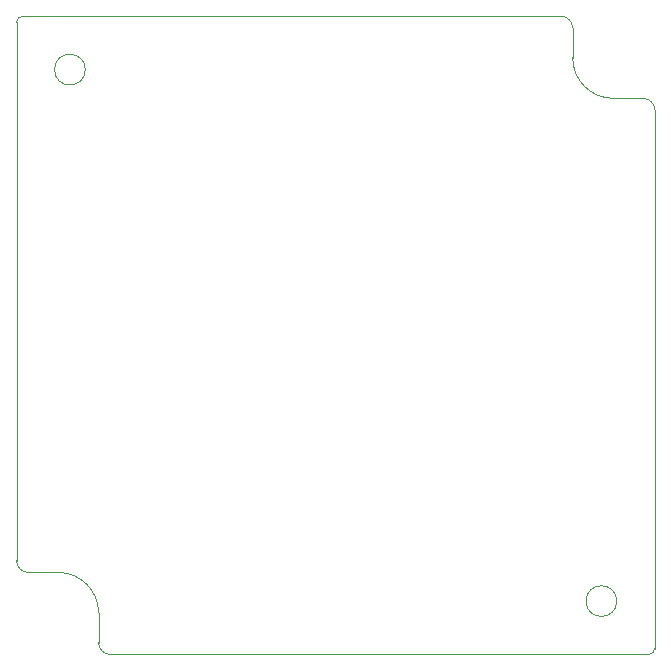
<source format=gbr>
%TF.GenerationSoftware,KiCad,Pcbnew,7.0.10-7.0.10~ubuntu22.04.1*%
%TF.CreationDate,2024-01-24T10:38:26-05:00*%
%TF.ProjectId,imu-splitter,696d752d-7370-46c6-9974-7465722e6b69,rev?*%
%TF.SameCoordinates,Original*%
%TF.FileFunction,Profile,NP*%
%FSLAX46Y46*%
G04 Gerber Fmt 4.6, Leading zero omitted, Abs format (unit mm)*
G04 Created by KiCad (PCBNEW 7.0.10-7.0.10~ubuntu22.04.1) date 2024-01-24 10:38:26*
%MOMM*%
%LPD*%
G01*
G04 APERTURE LIST*
%TA.AperFunction,Profile*%
%ADD10C,0.090000*%
%TD*%
G04 APERTURE END LIST*
D10*
X210889591Y-78419730D02*
G75*
G03*
X214319730Y-81849909I3430109J-70D01*
G01*
X163800000Y-75400000D02*
X163800000Y-120989550D01*
X209889550Y-74900000D02*
X164300000Y-74900000D01*
X163799950Y-120989550D02*
G75*
G03*
X164800000Y-121989550I1000050J50D01*
G01*
X210889500Y-75900000D02*
G75*
G03*
X209889550Y-74900000I-999900J100D01*
G01*
X170749941Y-127939459D02*
G75*
G03*
X171749909Y-128939459I999959J-41D01*
G01*
X169619730Y-79419730D02*
G75*
G03*
X167019730Y-79419730I-1300000J0D01*
G01*
X167019730Y-79419730D02*
G75*
G03*
X169619730Y-79419730I1300000J0D01*
G01*
X217839459Y-128439459D02*
X217839459Y-82849909D01*
X214619730Y-124419730D02*
G75*
G03*
X212019730Y-124419730I-1300000J0D01*
G01*
X212019730Y-124419730D02*
G75*
G03*
X214619730Y-124419730I1300000J0D01*
G01*
X164300000Y-74900000D02*
G75*
G03*
X163800000Y-75400000I-100J-499900D01*
G01*
X216839459Y-81849909D02*
X214319730Y-81849909D01*
X217339459Y-128939459D02*
G75*
G03*
X217839459Y-128439459I-59J500059D01*
G01*
X170749950Y-125419730D02*
G75*
G03*
X167319730Y-121989550I-3430250J-70D01*
G01*
X210889550Y-78419730D02*
X210889550Y-75900000D01*
X217839491Y-82849909D02*
G75*
G03*
X216839459Y-81849909I-999891J109D01*
G01*
X170749909Y-125419730D02*
X170749909Y-127939459D01*
X164800000Y-121989550D02*
X167319730Y-121989550D01*
X171749909Y-128939459D02*
X217339459Y-128939459D01*
M02*

</source>
